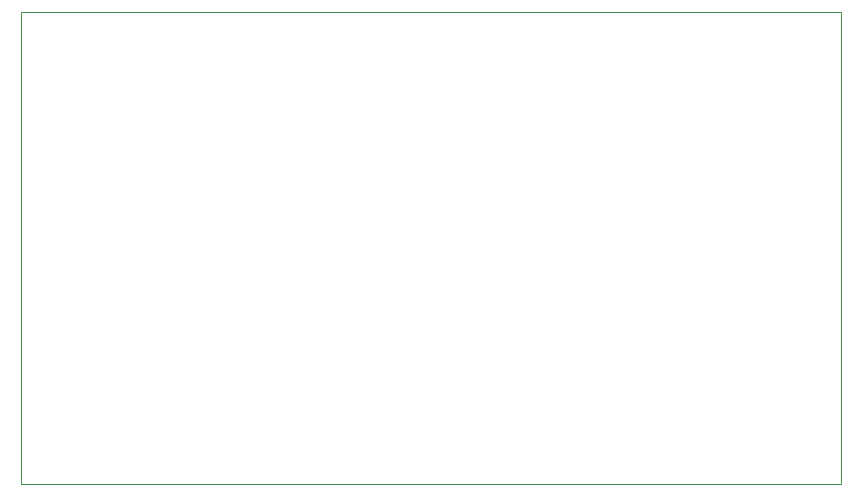
<source format=gbr>
G04 #@! TF.GenerationSoftware,KiCad,Pcbnew,(5.1.5-0-10_14)*
G04 #@! TF.CreationDate,2021-04-18T14:35:59+10:00*
G04 #@! TF.ProjectId,OH - Right Console - 3 - Interior Lights Panel,4f48202d-2052-4696-9768-7420436f6e73,rev?*
G04 #@! TF.SameCoordinates,Original*
G04 #@! TF.FileFunction,Profile,NP*
%FSLAX46Y46*%
G04 Gerber Fmt 4.6, Leading zero omitted, Abs format (unit mm)*
G04 Created by KiCad (PCBNEW (5.1.5-0-10_14)) date 2021-04-18 14:35:59*
%MOMM*%
%LPD*%
G04 APERTURE LIST*
%ADD10C,0.120000*%
G04 APERTURE END LIST*
D10*
X76614000Y-83185000D02*
X76614000Y-123190000D01*
X146017000Y-123190000D02*
X76614000Y-123190000D01*
X146017000Y-83185000D02*
X146017000Y-123190000D01*
X76614000Y-83185000D02*
X146017000Y-83185000D01*
M02*

</source>
